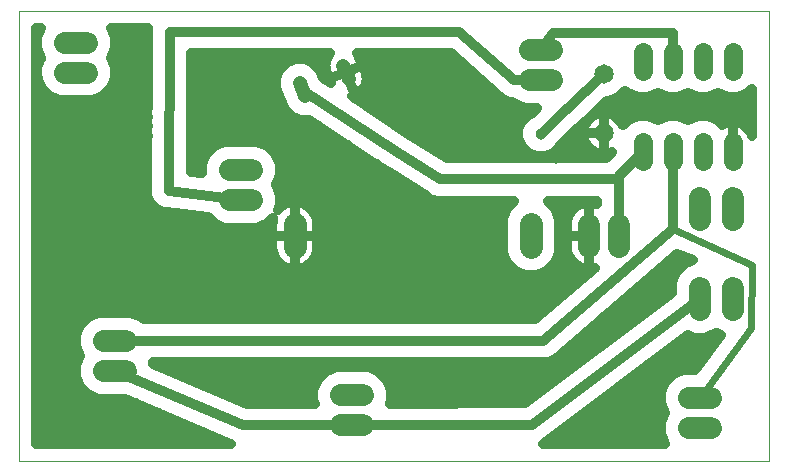
<source format=gtl>
G75*
G70*
%OFA0B0*%
%FSLAX24Y24*%
%IPPOS*%
%LPD*%
%AMOC8*
5,1,8,0,0,1.08239X$1,22.5*
%
%ADD10C,0.0000*%
%ADD11C,0.0630*%
%ADD12C,0.0740*%
%ADD13C,0.0472*%
%ADD14C,0.0650*%
%ADD15C,0.0765*%
%ADD16C,0.0320*%
%ADD17C,0.0380*%
%ADD18C,0.0240*%
D10*
X000262Y000262D02*
X000262Y015262D01*
X025262Y015262D01*
X025262Y000262D01*
X000262Y000262D01*
D11*
X021062Y010247D02*
X021062Y010877D01*
X022062Y010877D02*
X022062Y010247D01*
X023062Y010247D02*
X023062Y010877D01*
X024062Y010877D02*
X024062Y010247D01*
X024062Y013247D02*
X024062Y013877D01*
X023062Y013877D02*
X023062Y013247D01*
X022062Y013247D02*
X022062Y013877D01*
X021062Y013877D02*
X021062Y013247D01*
D12*
X018032Y012962D02*
X017292Y012962D01*
X017292Y013962D02*
X018032Y013962D01*
X022962Y009032D02*
X022962Y008292D01*
X024062Y008292D02*
X024062Y009032D01*
X020262Y008132D02*
X020262Y007392D01*
X019262Y007392D02*
X019262Y008132D01*
X022962Y006032D02*
X022962Y005292D01*
X024062Y005292D02*
X024062Y006032D01*
X023332Y002362D02*
X022592Y002362D01*
X022592Y001362D02*
X023332Y001362D01*
X011752Y001442D02*
X011012Y001442D01*
X011012Y002442D02*
X011752Y002442D01*
X003832Y003262D02*
X003092Y003262D01*
X003092Y004262D02*
X003832Y004262D01*
X007292Y008962D02*
X008032Y008962D01*
X008032Y009962D02*
X007292Y009962D01*
X002552Y013202D02*
X001812Y013202D01*
X001812Y014202D02*
X002552Y014202D01*
D13*
X009624Y012846D02*
X009800Y012408D01*
X011261Y012998D02*
X011084Y013436D01*
D14*
X019762Y013146D03*
X019762Y011178D03*
D15*
X017336Y008145D02*
X017336Y007380D01*
X009462Y007380D02*
X009462Y008145D01*
D16*
X009462Y008226D02*
X009462Y008226D01*
X009462Y008544D02*
X009462Y008544D01*
X009462Y008863D02*
X009462Y008863D01*
X009462Y008887D02*
X009413Y008887D01*
X009317Y008874D01*
X009223Y008849D01*
X009133Y008812D01*
X009049Y008763D01*
X008971Y008704D01*
X008904Y008636D01*
X008962Y008777D01*
X008962Y009147D01*
X008831Y009462D01*
X008962Y009777D01*
X008962Y010147D01*
X008820Y010489D01*
X008559Y010750D01*
X008217Y010892D01*
X007107Y010892D01*
X006765Y010750D01*
X006504Y010489D01*
X006362Y010147D01*
X006362Y009850D01*
X005987Y009897D01*
X006017Y013842D01*
X010647Y013842D01*
X010603Y013792D01*
X010553Y013712D01*
X010517Y013626D01*
X010494Y013535D01*
X010486Y013441D01*
X010492Y013348D01*
X010513Y013256D01*
X010619Y012994D01*
X011172Y013217D01*
X011172Y013217D01*
X010619Y012993D01*
X010675Y012857D01*
X010407Y013032D01*
X010302Y013291D01*
X010080Y013517D01*
X009789Y013641D01*
X009472Y013644D01*
X009178Y013525D01*
X008953Y013303D01*
X008829Y013011D01*
X008826Y012695D01*
X009121Y011963D01*
X009344Y011737D01*
X009635Y011613D01*
X009949Y011610D01*
X012352Y010035D01*
X012355Y010031D01*
X012471Y009957D01*
X012587Y009881D01*
X012593Y009880D01*
X013859Y009077D01*
X013904Y009032D01*
X013979Y009001D01*
X014047Y008957D01*
X014110Y008946D01*
X014169Y008922D01*
X014250Y008922D01*
X014329Y008908D01*
X014392Y008922D01*
X016781Y008922D01*
X016537Y008678D01*
X016394Y008332D01*
X016394Y007192D01*
X016537Y006846D01*
X016802Y006580D01*
X017149Y006437D01*
X017524Y006437D01*
X017870Y006580D01*
X018135Y006846D01*
X018279Y007192D01*
X018279Y008332D01*
X018135Y008678D01*
X017891Y008922D01*
X019542Y008922D01*
X019542Y008806D01*
X019497Y008825D01*
X019405Y008850D01*
X019310Y008862D01*
X019262Y008862D01*
X019214Y008862D01*
X019119Y008850D01*
X019027Y008825D01*
X018938Y008788D01*
X018856Y008740D01*
X018780Y008682D01*
X018712Y008614D01*
X018654Y008538D01*
X018606Y008456D01*
X018569Y008367D01*
X018545Y008275D01*
X018532Y008180D01*
X018532Y007762D01*
X018532Y007344D01*
X018545Y007249D01*
X018569Y007157D01*
X018606Y007068D01*
X018654Y006986D01*
X018712Y006910D01*
X018780Y006842D01*
X018856Y006784D01*
X018938Y006736D01*
X019027Y006699D01*
X019119Y006675D01*
X019214Y006662D01*
X019262Y006662D01*
X019310Y006662D01*
X019405Y006675D01*
X019460Y006689D01*
X017477Y004982D01*
X004427Y004982D01*
X004359Y005050D01*
X004017Y005192D01*
X002907Y005192D01*
X002565Y005050D01*
X002304Y004789D01*
X002162Y004447D01*
X002162Y004077D01*
X002293Y003762D01*
X002162Y003447D01*
X002162Y003077D01*
X002304Y002735D01*
X002565Y002474D01*
X002907Y002332D01*
X003806Y002332D01*
X007311Y000835D01*
X007314Y000832D01*
X007338Y000822D01*
X000822Y000822D01*
X000822Y014702D01*
X001013Y014702D01*
X000882Y014387D01*
X000882Y014017D01*
X001013Y013702D01*
X000882Y013387D01*
X000882Y013017D01*
X001024Y012675D01*
X001285Y012414D01*
X001627Y012272D01*
X002737Y012272D01*
X003079Y012414D01*
X003340Y012675D01*
X003482Y013017D01*
X003482Y013387D01*
X003351Y013702D01*
X003482Y014017D01*
X003482Y014387D01*
X003351Y014702D01*
X004582Y014702D01*
X004582Y014563D01*
X004542Y009310D01*
X004530Y009209D01*
X004541Y009167D01*
X004541Y009124D01*
X004579Y009031D01*
X004606Y008933D01*
X004632Y008899D01*
X004649Y008859D01*
X004719Y008787D01*
X004782Y008707D01*
X004819Y008686D01*
X004850Y008655D01*
X004942Y008616D01*
X005031Y008565D01*
X005074Y008560D01*
X005113Y008543D01*
X005214Y008542D01*
X006565Y008374D01*
X006765Y008174D01*
X007107Y008032D01*
X008217Y008032D01*
X008559Y008174D01*
X008753Y008368D01*
X008732Y008290D01*
X008720Y008193D01*
X008720Y007762D01*
X008720Y007331D01*
X008732Y007234D01*
X008757Y007140D01*
X008795Y007050D01*
X008843Y006966D01*
X008903Y006889D01*
X008971Y006820D01*
X009049Y006761D01*
X009133Y006712D01*
X009223Y006675D01*
X009317Y006650D01*
X009413Y006637D01*
X009462Y006637D01*
X009511Y006637D01*
X009607Y006650D01*
X009701Y006675D01*
X009791Y006712D01*
X009875Y006761D01*
X009953Y006820D01*
X010021Y006889D01*
X010081Y006966D01*
X010129Y007050D01*
X010167Y007140D01*
X010192Y007234D01*
X010205Y007331D01*
X010205Y007762D01*
X010205Y008193D01*
X010192Y008290D01*
X010167Y008384D01*
X010129Y008474D01*
X010081Y008558D01*
X010021Y008635D01*
X009953Y008704D01*
X009875Y008763D01*
X009791Y008812D01*
X009701Y008849D01*
X009607Y008874D01*
X009511Y008887D01*
X009462Y008887D01*
X009462Y007762D01*
X008720Y007762D01*
X009462Y007762D01*
X009462Y007762D01*
X009462Y006637D01*
X009462Y007762D01*
X009462Y007762D01*
X009462Y007762D01*
X009462Y008887D01*
X009274Y008863D02*
X008962Y008863D01*
X008948Y009181D02*
X013694Y009181D01*
X013192Y009500D02*
X008847Y009500D01*
X008962Y009818D02*
X012690Y009818D01*
X012197Y010137D02*
X008962Y010137D01*
X008834Y010455D02*
X011711Y010455D01*
X011225Y010774D02*
X008502Y010774D01*
X009361Y011730D02*
X006001Y011730D01*
X006003Y012048D02*
X009087Y012048D01*
X008958Y012367D02*
X006005Y012367D01*
X006008Y012685D02*
X008830Y012685D01*
X008829Y013004D02*
X006010Y013004D01*
X006013Y013322D02*
X008972Y013322D01*
X009465Y013641D02*
X006015Y013641D01*
X005302Y014562D02*
X005262Y009262D01*
X007662Y008962D01*
X006713Y008226D02*
X000822Y008226D01*
X000822Y008544D02*
X005111Y008544D01*
X004647Y008863D02*
X000822Y008863D01*
X000822Y009181D02*
X004538Y009181D01*
X004544Y009500D02*
X000822Y009500D01*
X000822Y009818D02*
X004546Y009818D01*
X004549Y010137D02*
X000822Y010137D01*
X000822Y010455D02*
X004551Y010455D01*
X004553Y010774D02*
X000822Y010774D01*
X000822Y011093D02*
X004556Y011093D01*
X004558Y011411D02*
X000822Y011411D01*
X000822Y011730D02*
X004561Y011730D01*
X004563Y012048D02*
X000822Y012048D01*
X000822Y012367D02*
X001399Y012367D01*
X001019Y012685D02*
X000822Y012685D01*
X000822Y013004D02*
X000888Y013004D01*
X000882Y013322D02*
X000822Y013322D01*
X000822Y013641D02*
X000987Y013641D01*
X000906Y013959D02*
X000822Y013959D01*
X000822Y014278D02*
X000882Y014278D01*
X000822Y014596D02*
X000969Y014596D01*
X003395Y014596D02*
X004582Y014596D01*
X004580Y014278D02*
X003482Y014278D01*
X003458Y013959D02*
X004578Y013959D01*
X004575Y013641D02*
X003377Y013641D01*
X003482Y013322D02*
X004573Y013322D01*
X004570Y013004D02*
X003476Y013004D01*
X003345Y012685D02*
X004568Y012685D01*
X004566Y012367D02*
X002966Y012367D01*
X005998Y011411D02*
X010254Y011411D01*
X010740Y011093D02*
X005996Y011093D01*
X005993Y010774D02*
X006822Y010774D01*
X006490Y010455D02*
X005991Y010455D01*
X005989Y010137D02*
X006362Y010137D01*
X008611Y008226D02*
X008724Y008226D01*
X008720Y007907D02*
X000822Y007907D01*
X000822Y007589D02*
X008720Y007589D01*
X008728Y007270D02*
X000822Y007270D01*
X000822Y006951D02*
X008855Y006951D01*
X009462Y006951D02*
X009462Y006951D01*
X009462Y007270D02*
X009462Y007270D01*
X009462Y007589D02*
X009462Y007589D01*
X009462Y007762D02*
X009462Y007762D01*
X010205Y007762D01*
X009462Y007762D01*
X009462Y007907D02*
X009462Y007907D01*
X010205Y007907D02*
X016394Y007907D01*
X016394Y007589D02*
X010205Y007589D01*
X010196Y007270D02*
X016394Y007270D01*
X016493Y006951D02*
X010069Y006951D01*
X010200Y008226D02*
X016394Y008226D01*
X016481Y008544D02*
X010089Y008544D01*
X009651Y008863D02*
X016721Y008863D01*
X017951Y008863D02*
X019542Y008863D01*
X019262Y008862D02*
X019262Y007762D01*
X019262Y006662D01*
X019262Y007762D01*
X019262Y007762D01*
X018532Y007762D01*
X019262Y007762D01*
X019262Y007762D01*
X019262Y008862D01*
X019262Y008544D02*
X019262Y008544D01*
X019262Y008226D02*
X019262Y008226D01*
X019262Y007907D02*
X019262Y007907D01*
X019262Y007762D02*
X019262Y007762D01*
X019262Y007589D02*
X019262Y007589D01*
X019262Y007270D02*
X019262Y007270D01*
X019262Y006951D02*
X019262Y006951D01*
X019394Y006633D02*
X017922Y006633D01*
X018179Y006951D02*
X018680Y006951D01*
X018542Y007270D02*
X018279Y007270D01*
X018279Y007589D02*
X018532Y007589D01*
X018532Y007907D02*
X018279Y007907D01*
X018279Y008226D02*
X018538Y008226D01*
X018658Y008544D02*
X018191Y008544D01*
X020262Y007762D02*
X020262Y009642D01*
X020262Y009762D01*
X021062Y010562D01*
X022062Y010562D02*
X022062Y007980D01*
X017744Y004262D01*
X003462Y004262D01*
X002555Y005040D02*
X000822Y005040D01*
X000822Y004722D02*
X002276Y004722D01*
X002162Y004403D02*
X000822Y004403D01*
X000822Y004085D02*
X002162Y004085D01*
X002291Y003766D02*
X000822Y003766D01*
X000822Y003447D02*
X002162Y003447D01*
X002162Y003129D02*
X000822Y003129D01*
X000822Y002810D02*
X002272Y002810D01*
X002547Y002492D02*
X000822Y002492D01*
X000822Y002173D02*
X004178Y002173D01*
X004923Y001855D02*
X000822Y001855D01*
X000822Y001536D02*
X005669Y001536D01*
X006415Y001218D02*
X000822Y001218D01*
X000822Y000899D02*
X007160Y000899D01*
X007722Y001442D02*
X003462Y003262D01*
X004723Y003542D02*
X004741Y003499D01*
X007869Y002162D01*
X010121Y002162D01*
X010082Y002257D01*
X010082Y002627D01*
X010224Y002969D01*
X010485Y003230D01*
X010827Y003372D01*
X011937Y003372D01*
X012279Y003230D01*
X012540Y002969D01*
X012682Y002627D01*
X012682Y002257D01*
X012644Y002166D01*
X017140Y002181D01*
X022032Y005863D01*
X022032Y006217D01*
X022174Y006559D01*
X022435Y006820D01*
X022723Y006940D01*
X022219Y007165D01*
X018234Y003734D01*
X018152Y003652D01*
X018126Y003641D01*
X018105Y003623D01*
X017995Y003587D01*
X017887Y003542D01*
X017860Y003542D01*
X017833Y003533D01*
X017717Y003542D01*
X004723Y003542D01*
X004861Y003447D02*
X018823Y003447D01*
X018399Y003129D02*
X012380Y003129D01*
X012606Y002810D02*
X017976Y002810D01*
X017553Y002492D02*
X012682Y002492D01*
X012647Y002173D02*
X014774Y002173D01*
X017382Y001462D02*
X011382Y001442D01*
X007722Y001442D01*
X007843Y002173D02*
X010117Y002173D01*
X010082Y002492D02*
X007097Y002492D01*
X006352Y002810D02*
X010158Y002810D01*
X010384Y003129D02*
X005606Y003129D01*
X004369Y005040D02*
X017545Y005040D01*
X017914Y005359D02*
X000822Y005359D01*
X000822Y005677D02*
X018284Y005677D01*
X018654Y005996D02*
X000822Y005996D01*
X000822Y006314D02*
X019024Y006314D01*
X020121Y005359D02*
X021362Y005359D01*
X021785Y005677D02*
X020491Y005677D01*
X020861Y005996D02*
X022032Y005996D01*
X022072Y006314D02*
X021231Y006314D01*
X021601Y006633D02*
X022248Y006633D01*
X021971Y006951D02*
X022696Y006951D01*
X022962Y005662D02*
X017382Y001462D01*
X018255Y001218D02*
X021662Y001218D01*
X021662Y001177D02*
X021804Y000835D01*
X021817Y000822D01*
X017729Y000822D01*
X017743Y000833D01*
X017792Y000853D01*
X017856Y000918D01*
X022555Y004454D01*
X022777Y004362D01*
X023147Y004362D01*
X023489Y004504D01*
X023512Y004527D01*
X023535Y004504D01*
X023655Y004454D01*
X022801Y003292D01*
X022407Y003292D01*
X022065Y003150D01*
X021804Y002889D01*
X021662Y002547D01*
X021662Y002177D01*
X021793Y001862D01*
X021662Y001547D01*
X021662Y001177D01*
X021777Y000899D02*
X017838Y000899D01*
X018678Y001536D02*
X021662Y001536D01*
X021790Y001855D02*
X019101Y001855D01*
X019524Y002173D02*
X021664Y002173D01*
X021662Y002492D02*
X019947Y002492D01*
X020371Y002810D02*
X021771Y002810D01*
X022044Y003129D02*
X020794Y003129D01*
X021217Y003447D02*
X022916Y003447D01*
X023150Y003766D02*
X021640Y003766D01*
X022063Y004085D02*
X023384Y004085D01*
X023246Y004403D02*
X023618Y004403D01*
X022678Y004403D02*
X022487Y004403D01*
X020939Y005040D02*
X019751Y005040D01*
X019381Y004722D02*
X020515Y004722D01*
X020092Y004403D02*
X019011Y004403D01*
X018641Y004085D02*
X019669Y004085D01*
X019246Y003766D02*
X018272Y003766D01*
X016750Y006633D02*
X000822Y006633D01*
X009712Y012627D02*
X012862Y010562D01*
X014312Y009642D01*
X020262Y009642D01*
X019844Y010362D02*
X014521Y010362D01*
X013251Y011168D01*
X011358Y012409D01*
X011440Y012428D01*
X011484Y012445D01*
X011527Y012463D01*
X011608Y012511D01*
X011680Y012571D01*
X011741Y012642D01*
X011791Y012722D01*
X011828Y012808D01*
X011850Y012899D01*
X011859Y012993D01*
X011852Y013086D01*
X011831Y013178D01*
X011725Y013440D01*
X011173Y013217D01*
X011172Y013217D01*
X011725Y013440D01*
X011619Y013703D01*
X011571Y013783D01*
X011521Y013842D01*
X014668Y013842D01*
X016273Y012413D01*
X016368Y012323D01*
X016380Y012318D01*
X016390Y012309D01*
X016513Y012266D01*
X016635Y012219D01*
X016648Y012219D01*
X016661Y012215D01*
X016720Y012218D01*
X016765Y012174D01*
X017107Y012032D01*
X017535Y012032D01*
X017326Y011835D01*
X017237Y011798D01*
X017026Y011587D01*
X016912Y011311D01*
X016912Y011013D01*
X017026Y010737D01*
X017237Y010526D01*
X017513Y010412D01*
X017811Y010412D01*
X018087Y010526D01*
X018298Y010737D01*
X018321Y010794D01*
X018920Y011358D01*
X018921Y011359D01*
X019022Y011455D01*
X019128Y011554D01*
X019128Y011555D01*
X019874Y012261D01*
X019938Y012261D01*
X020263Y012396D01*
X020469Y012602D01*
X020566Y012505D01*
X020888Y012372D01*
X021236Y012372D01*
X021558Y012505D01*
X021562Y012510D01*
X021566Y012505D01*
X021888Y012372D01*
X022236Y012372D01*
X022558Y012505D01*
X022562Y012510D01*
X022566Y012505D01*
X022888Y012372D01*
X023236Y012372D01*
X023558Y012505D01*
X023562Y012510D01*
X023566Y012505D01*
X023888Y012372D01*
X024236Y012372D01*
X024558Y012505D01*
X024702Y012650D01*
X024702Y011096D01*
X024669Y011176D01*
X024624Y011253D01*
X024571Y011323D01*
X024508Y011386D01*
X024438Y011439D01*
X024361Y011484D01*
X024279Y011518D01*
X024194Y011540D01*
X024106Y011552D01*
X024062Y011552D01*
X024018Y011552D01*
X023930Y011540D01*
X023845Y011518D01*
X023763Y011484D01*
X023718Y011458D01*
X023558Y011619D01*
X023236Y011752D01*
X022888Y011752D01*
X022566Y011619D01*
X022562Y011614D01*
X022558Y011619D01*
X022236Y011752D01*
X021888Y011752D01*
X021566Y011619D01*
X021562Y011614D01*
X021558Y011619D01*
X021236Y011752D01*
X020888Y011752D01*
X020566Y011619D01*
X020393Y011445D01*
X020378Y011481D01*
X020333Y011559D01*
X020278Y011630D01*
X020215Y011694D01*
X020143Y011749D01*
X020066Y011793D01*
X019983Y011828D01*
X019896Y011851D01*
X019807Y011863D01*
X019762Y011863D01*
X019717Y011863D01*
X019628Y011851D01*
X019541Y011828D01*
X019458Y011793D01*
X019381Y011749D01*
X019309Y011694D01*
X019246Y011630D01*
X019191Y011559D01*
X019146Y011481D01*
X019112Y011398D01*
X019089Y011312D01*
X019077Y011223D01*
X019077Y011178D01*
X019762Y011178D01*
X019762Y011863D01*
X019762Y011178D01*
X019762Y011178D01*
X019762Y011178D01*
X019077Y011178D01*
X019077Y011133D01*
X019089Y011044D01*
X019112Y010957D01*
X019146Y010874D01*
X019191Y010796D01*
X019246Y010725D01*
X019309Y010662D01*
X019381Y010607D01*
X019458Y010562D01*
X019541Y010528D01*
X019628Y010505D01*
X019717Y010493D01*
X019762Y010493D01*
X019807Y010493D01*
X019896Y010505D01*
X019983Y010528D01*
X020029Y010547D01*
X019844Y010362D01*
X019937Y010455D02*
X017916Y010455D01*
X017408Y010455D02*
X014374Y010455D01*
X013872Y010774D02*
X017011Y010774D01*
X016912Y011093D02*
X013370Y011093D01*
X012880Y011411D02*
X016953Y011411D01*
X017169Y011730D02*
X012394Y011730D01*
X011908Y012048D02*
X017068Y012048D01*
X016322Y012367D02*
X011422Y012367D01*
X011484Y012445D02*
X011172Y013217D01*
X011484Y012445D01*
X011387Y012685D02*
X011387Y012685D01*
X011768Y012685D02*
X015968Y012685D01*
X015610Y013004D02*
X011858Y013004D01*
X011773Y013322D02*
X015252Y013322D01*
X014894Y013641D02*
X011644Y013641D01*
X011433Y013322D02*
X011432Y013322D01*
X011172Y013217D02*
X011172Y013217D01*
X011258Y013004D02*
X011258Y013004D01*
X010645Y013004D02*
X010644Y013004D01*
X010615Y013004D02*
X010451Y013004D01*
X010498Y013322D02*
X010272Y013322D01*
X010523Y013641D02*
X009784Y013641D01*
X005302Y014562D02*
X014942Y014562D01*
X016762Y012942D01*
X017662Y012962D01*
X017662Y013962D02*
X018062Y014512D01*
X022062Y014512D01*
X022062Y013562D01*
X020193Y012367D02*
X024702Y012367D01*
X024702Y012048D02*
X019649Y012048D01*
X019762Y011730D02*
X019762Y011730D01*
X019762Y011411D02*
X019762Y011411D01*
X019762Y011177D02*
X019762Y010493D01*
X019762Y011177D01*
X019762Y011177D01*
X019762Y011093D02*
X019762Y011093D01*
X019762Y010774D02*
X019762Y010774D01*
X019208Y010774D02*
X018313Y010774D01*
X018638Y011093D02*
X019082Y011093D01*
X019117Y011411D02*
X018976Y011411D01*
X019313Y011730D02*
X019356Y011730D01*
X018530Y011980D02*
X017662Y011162D01*
X018530Y011980D02*
X019762Y013146D01*
X020168Y011730D02*
X020834Y011730D01*
X021290Y011730D02*
X021834Y011730D01*
X022290Y011730D02*
X022834Y011730D01*
X023290Y011730D02*
X024702Y011730D01*
X024702Y011411D02*
X024475Y011411D01*
X024062Y011411D02*
X024062Y011411D01*
X024062Y011552D02*
X024062Y010562D01*
X024062Y010562D01*
X024062Y011552D01*
X024062Y011093D02*
X024062Y011093D01*
X024062Y010774D02*
X024062Y010774D01*
D17*
X021562Y012062D03*
X018162Y010362D03*
X017662Y011162D03*
X016762Y011762D03*
X012762Y012962D03*
X006882Y013482D03*
X005962Y008282D03*
X014562Y006162D03*
X015962Y003062D03*
X021362Y001862D03*
X007762Y002962D03*
X004242Y001262D03*
D18*
X022062Y007980D02*
X024703Y006799D01*
X024681Y004703D01*
X022962Y002362D01*
M02*

</source>
